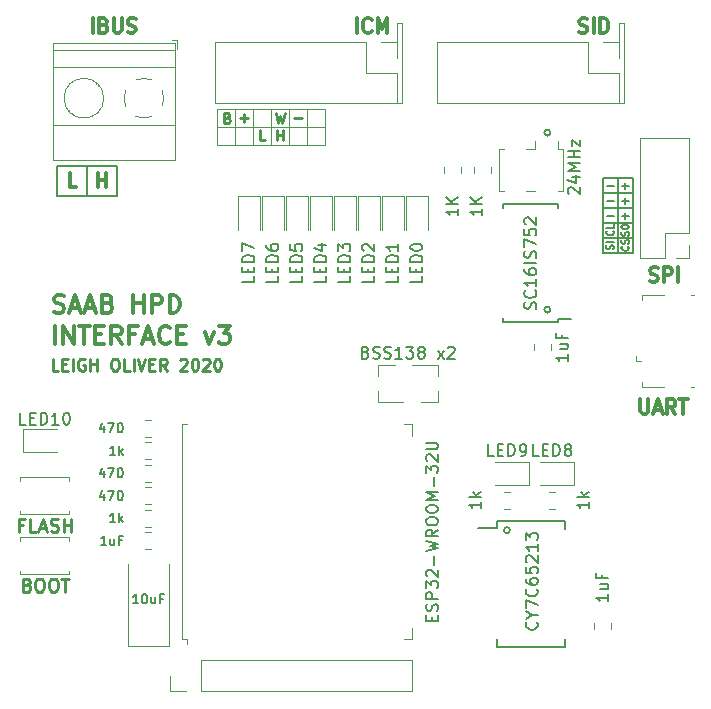
<source format=gbr>
G04 #@! TF.GenerationSoftware,KiCad,Pcbnew,5.1.5+dfsg1-2build2*
G04 #@! TF.CreationDate,2020-08-18T22:28:12+10:00*
G04 #@! TF.ProjectId,sid-board-v3,7369642d-626f-4617-9264-2d76332e6b69,rev?*
G04 #@! TF.SameCoordinates,Original*
G04 #@! TF.FileFunction,Legend,Top*
G04 #@! TF.FilePolarity,Positive*
%FSLAX46Y46*%
G04 Gerber Fmt 4.6, Leading zero omitted, Abs format (unit mm)*
G04 Created by KiCad (PCBNEW 5.1.5+dfsg1-2build2) date 2020-08-18 22:28:12*
%MOMM*%
%LPD*%
G04 APERTURE LIST*
%ADD10C,0.250000*%
%ADD11C,0.375000*%
%ADD12C,0.300000*%
%ADD13C,0.150000*%
%ADD14C,0.120000*%
%ADD15C,0.225000*%
%ADD16C,0.275000*%
G04 APERTURE END LIST*
D10*
X118986785Y-95702380D02*
X118510595Y-95702380D01*
X118510595Y-94702380D01*
X119320119Y-95178571D02*
X119653452Y-95178571D01*
X119796309Y-95702380D02*
X119320119Y-95702380D01*
X119320119Y-94702380D01*
X119796309Y-94702380D01*
X120224880Y-95702380D02*
X120224880Y-94702380D01*
X121224880Y-94750000D02*
X121129642Y-94702380D01*
X120986785Y-94702380D01*
X120843928Y-94750000D01*
X120748690Y-94845238D01*
X120701071Y-94940476D01*
X120653452Y-95130952D01*
X120653452Y-95273809D01*
X120701071Y-95464285D01*
X120748690Y-95559523D01*
X120843928Y-95654761D01*
X120986785Y-95702380D01*
X121082023Y-95702380D01*
X121224880Y-95654761D01*
X121272500Y-95607142D01*
X121272500Y-95273809D01*
X121082023Y-95273809D01*
X121701071Y-95702380D02*
X121701071Y-94702380D01*
X121701071Y-95178571D02*
X122272500Y-95178571D01*
X122272500Y-95702380D02*
X122272500Y-94702380D01*
X123701071Y-94702380D02*
X123891547Y-94702380D01*
X123986785Y-94750000D01*
X124082023Y-94845238D01*
X124129642Y-95035714D01*
X124129642Y-95369047D01*
X124082023Y-95559523D01*
X123986785Y-95654761D01*
X123891547Y-95702380D01*
X123701071Y-95702380D01*
X123605833Y-95654761D01*
X123510595Y-95559523D01*
X123462976Y-95369047D01*
X123462976Y-95035714D01*
X123510595Y-94845238D01*
X123605833Y-94750000D01*
X123701071Y-94702380D01*
X125034404Y-95702380D02*
X124558214Y-95702380D01*
X124558214Y-94702380D01*
X125367738Y-95702380D02*
X125367738Y-94702380D01*
X125701071Y-94702380D02*
X126034404Y-95702380D01*
X126367738Y-94702380D01*
X126701071Y-95178571D02*
X127034404Y-95178571D01*
X127177261Y-95702380D02*
X126701071Y-95702380D01*
X126701071Y-94702380D01*
X127177261Y-94702380D01*
X128177261Y-95702380D02*
X127843928Y-95226190D01*
X127605833Y-95702380D02*
X127605833Y-94702380D01*
X127986785Y-94702380D01*
X128082023Y-94750000D01*
X128129642Y-94797619D01*
X128177261Y-94892857D01*
X128177261Y-95035714D01*
X128129642Y-95130952D01*
X128082023Y-95178571D01*
X127986785Y-95226190D01*
X127605833Y-95226190D01*
X129320119Y-94797619D02*
X129367738Y-94750000D01*
X129462976Y-94702380D01*
X129701071Y-94702380D01*
X129796309Y-94750000D01*
X129843928Y-94797619D01*
X129891547Y-94892857D01*
X129891547Y-94988095D01*
X129843928Y-95130952D01*
X129272500Y-95702380D01*
X129891547Y-95702380D01*
X130510595Y-94702380D02*
X130605833Y-94702380D01*
X130701071Y-94750000D01*
X130748690Y-94797619D01*
X130796309Y-94892857D01*
X130843928Y-95083333D01*
X130843928Y-95321428D01*
X130796309Y-95511904D01*
X130748690Y-95607142D01*
X130701071Y-95654761D01*
X130605833Y-95702380D01*
X130510595Y-95702380D01*
X130415357Y-95654761D01*
X130367738Y-95607142D01*
X130320119Y-95511904D01*
X130272500Y-95321428D01*
X130272500Y-95083333D01*
X130320119Y-94892857D01*
X130367738Y-94797619D01*
X130415357Y-94750000D01*
X130510595Y-94702380D01*
X131224880Y-94797619D02*
X131272500Y-94750000D01*
X131367738Y-94702380D01*
X131605833Y-94702380D01*
X131701071Y-94750000D01*
X131748690Y-94797619D01*
X131796309Y-94892857D01*
X131796309Y-94988095D01*
X131748690Y-95130952D01*
X131177261Y-95702380D01*
X131796309Y-95702380D01*
X132415357Y-94702380D02*
X132510595Y-94702380D01*
X132605833Y-94750000D01*
X132653452Y-94797619D01*
X132701071Y-94892857D01*
X132748690Y-95083333D01*
X132748690Y-95321428D01*
X132701071Y-95511904D01*
X132653452Y-95607142D01*
X132605833Y-95654761D01*
X132510595Y-95702380D01*
X132415357Y-95702380D01*
X132320119Y-95654761D01*
X132272500Y-95607142D01*
X132224880Y-95511904D01*
X132177261Y-95321428D01*
X132177261Y-95083333D01*
X132224880Y-94892857D01*
X132272500Y-94797619D01*
X132320119Y-94750000D01*
X132415357Y-94702380D01*
D11*
X118639464Y-90734642D02*
X118853750Y-90806071D01*
X119210892Y-90806071D01*
X119353750Y-90734642D01*
X119425178Y-90663214D01*
X119496607Y-90520357D01*
X119496607Y-90377500D01*
X119425178Y-90234642D01*
X119353750Y-90163214D01*
X119210892Y-90091785D01*
X118925178Y-90020357D01*
X118782321Y-89948928D01*
X118710892Y-89877500D01*
X118639464Y-89734642D01*
X118639464Y-89591785D01*
X118710892Y-89448928D01*
X118782321Y-89377500D01*
X118925178Y-89306071D01*
X119282321Y-89306071D01*
X119496607Y-89377500D01*
X120068035Y-90377500D02*
X120782321Y-90377500D01*
X119925178Y-90806071D02*
X120425178Y-89306071D01*
X120925178Y-90806071D01*
X121353750Y-90377500D02*
X122068035Y-90377500D01*
X121210892Y-90806071D02*
X121710892Y-89306071D01*
X122210892Y-90806071D01*
X123210892Y-90020357D02*
X123425178Y-90091785D01*
X123496607Y-90163214D01*
X123568035Y-90306071D01*
X123568035Y-90520357D01*
X123496607Y-90663214D01*
X123425178Y-90734642D01*
X123282321Y-90806071D01*
X122710892Y-90806071D01*
X122710892Y-89306071D01*
X123210892Y-89306071D01*
X123353750Y-89377500D01*
X123425178Y-89448928D01*
X123496607Y-89591785D01*
X123496607Y-89734642D01*
X123425178Y-89877500D01*
X123353750Y-89948928D01*
X123210892Y-90020357D01*
X122710892Y-90020357D01*
X125353750Y-90806071D02*
X125353750Y-89306071D01*
X125353750Y-90020357D02*
X126210892Y-90020357D01*
X126210892Y-90806071D02*
X126210892Y-89306071D01*
X126925178Y-90806071D02*
X126925178Y-89306071D01*
X127496607Y-89306071D01*
X127639464Y-89377500D01*
X127710892Y-89448928D01*
X127782321Y-89591785D01*
X127782321Y-89806071D01*
X127710892Y-89948928D01*
X127639464Y-90020357D01*
X127496607Y-90091785D01*
X126925178Y-90091785D01*
X128425178Y-90806071D02*
X128425178Y-89306071D01*
X128782321Y-89306071D01*
X128996607Y-89377500D01*
X129139464Y-89520357D01*
X129210892Y-89663214D01*
X129282321Y-89948928D01*
X129282321Y-90163214D01*
X129210892Y-90448928D01*
X129139464Y-90591785D01*
X128996607Y-90734642D01*
X128782321Y-90806071D01*
X128425178Y-90806071D01*
X118710892Y-93431071D02*
X118710892Y-91931071D01*
X119425178Y-93431071D02*
X119425178Y-91931071D01*
X120282321Y-93431071D01*
X120282321Y-91931071D01*
X120782321Y-91931071D02*
X121639464Y-91931071D01*
X121210892Y-93431071D02*
X121210892Y-91931071D01*
X122139464Y-92645357D02*
X122639464Y-92645357D01*
X122853750Y-93431071D02*
X122139464Y-93431071D01*
X122139464Y-91931071D01*
X122853750Y-91931071D01*
X124353750Y-93431071D02*
X123853750Y-92716785D01*
X123496607Y-93431071D02*
X123496607Y-91931071D01*
X124068035Y-91931071D01*
X124210892Y-92002500D01*
X124282321Y-92073928D01*
X124353750Y-92216785D01*
X124353750Y-92431071D01*
X124282321Y-92573928D01*
X124210892Y-92645357D01*
X124068035Y-92716785D01*
X123496607Y-92716785D01*
X125496607Y-92645357D02*
X124996607Y-92645357D01*
X124996607Y-93431071D02*
X124996607Y-91931071D01*
X125710892Y-91931071D01*
X126210892Y-93002500D02*
X126925178Y-93002500D01*
X126068035Y-93431071D02*
X126568035Y-91931071D01*
X127068035Y-93431071D01*
X128425178Y-93288214D02*
X128353750Y-93359642D01*
X128139464Y-93431071D01*
X127996607Y-93431071D01*
X127782321Y-93359642D01*
X127639464Y-93216785D01*
X127568035Y-93073928D01*
X127496607Y-92788214D01*
X127496607Y-92573928D01*
X127568035Y-92288214D01*
X127639464Y-92145357D01*
X127782321Y-92002500D01*
X127996607Y-91931071D01*
X128139464Y-91931071D01*
X128353750Y-92002500D01*
X128425178Y-92073928D01*
X129068035Y-92645357D02*
X129568035Y-92645357D01*
X129782321Y-93431071D02*
X129068035Y-93431071D01*
X129068035Y-91931071D01*
X129782321Y-91931071D01*
X131425178Y-92431071D02*
X131782321Y-93431071D01*
X132139464Y-92431071D01*
X132568035Y-91931071D02*
X133496607Y-91931071D01*
X132996607Y-92502500D01*
X133210892Y-92502500D01*
X133353750Y-92573928D01*
X133425178Y-92645357D01*
X133496607Y-92788214D01*
X133496607Y-93145357D01*
X133425178Y-93288214D01*
X133353750Y-93359642D01*
X133210892Y-93431071D01*
X132782321Y-93431071D01*
X132639464Y-93359642D01*
X132568035Y-93288214D01*
D12*
X122339142Y-80171857D02*
X122339142Y-78971857D01*
X122339142Y-79543285D02*
X123024857Y-79543285D01*
X123024857Y-80171857D02*
X123024857Y-78971857D01*
X120513428Y-80171857D02*
X119942000Y-80171857D01*
X119942000Y-78971857D01*
D13*
X123952000Y-80899000D02*
X121412000Y-80899000D01*
X123952000Y-78359000D02*
X123952000Y-80899000D01*
X121412000Y-78359000D02*
X123952000Y-78359000D01*
X121412000Y-78359000D02*
X118872000Y-78359000D01*
X121412000Y-80899000D02*
X121412000Y-78359000D01*
X118872000Y-80899000D02*
X121412000Y-80899000D01*
X118872000Y-78359000D02*
X118872000Y-80899000D01*
X167219285Y-85190000D02*
X167247857Y-85218571D01*
X167276428Y-85304285D01*
X167276428Y-85361428D01*
X167247857Y-85447142D01*
X167190714Y-85504285D01*
X167133571Y-85532857D01*
X167019285Y-85561428D01*
X166933571Y-85561428D01*
X166819285Y-85532857D01*
X166762142Y-85504285D01*
X166705000Y-85447142D01*
X166676428Y-85361428D01*
X166676428Y-85304285D01*
X166705000Y-85218571D01*
X166733571Y-85190000D01*
X167247857Y-84961428D02*
X167276428Y-84875714D01*
X167276428Y-84732857D01*
X167247857Y-84675714D01*
X167219285Y-84647142D01*
X167162142Y-84618571D01*
X167105000Y-84618571D01*
X167047857Y-84647142D01*
X167019285Y-84675714D01*
X166990714Y-84732857D01*
X166962142Y-84847142D01*
X166933571Y-84904285D01*
X166905000Y-84932857D01*
X166847857Y-84961428D01*
X166790714Y-84961428D01*
X166733571Y-84932857D01*
X166705000Y-84904285D01*
X166676428Y-84847142D01*
X166676428Y-84704285D01*
X166705000Y-84618571D01*
X165977857Y-85404285D02*
X166006428Y-85318571D01*
X166006428Y-85175714D01*
X165977857Y-85118571D01*
X165949285Y-85090000D01*
X165892142Y-85061428D01*
X165835000Y-85061428D01*
X165777857Y-85090000D01*
X165749285Y-85118571D01*
X165720714Y-85175714D01*
X165692142Y-85290000D01*
X165663571Y-85347142D01*
X165635000Y-85375714D01*
X165577857Y-85404285D01*
X165520714Y-85404285D01*
X165463571Y-85375714D01*
X165435000Y-85347142D01*
X165406428Y-85290000D01*
X165406428Y-85147142D01*
X165435000Y-85061428D01*
X166006428Y-84804285D02*
X165406428Y-84804285D01*
X165949285Y-83877142D02*
X165977857Y-83905714D01*
X166006428Y-83991428D01*
X166006428Y-84048571D01*
X165977857Y-84134285D01*
X165920714Y-84191428D01*
X165863571Y-84220000D01*
X165749285Y-84248571D01*
X165663571Y-84248571D01*
X165549285Y-84220000D01*
X165492142Y-84191428D01*
X165435000Y-84134285D01*
X165406428Y-84048571D01*
X165406428Y-83991428D01*
X165435000Y-83905714D01*
X165463571Y-83877142D01*
X166006428Y-83334285D02*
X166006428Y-83620000D01*
X165406428Y-83620000D01*
X167247857Y-84277142D02*
X167276428Y-84191428D01*
X167276428Y-84048571D01*
X167247857Y-83991428D01*
X167219285Y-83962857D01*
X167162142Y-83934285D01*
X167105000Y-83934285D01*
X167047857Y-83962857D01*
X167019285Y-83991428D01*
X166990714Y-84048571D01*
X166962142Y-84162857D01*
X166933571Y-84220000D01*
X166905000Y-84248571D01*
X166847857Y-84277142D01*
X166790714Y-84277142D01*
X166733571Y-84248571D01*
X166705000Y-84220000D01*
X166676428Y-84162857D01*
X166676428Y-84020000D01*
X166705000Y-83934285D01*
X166676428Y-83562857D02*
X166676428Y-83505714D01*
X166705000Y-83448571D01*
X166733571Y-83420000D01*
X166790714Y-83391428D01*
X166905000Y-83362857D01*
X167047857Y-83362857D01*
X167162142Y-83391428D01*
X167219285Y-83420000D01*
X167247857Y-83448571D01*
X167276428Y-83505714D01*
X167276428Y-83562857D01*
X167247857Y-83620000D01*
X167219285Y-83648571D01*
X167162142Y-83677142D01*
X167047857Y-83705714D01*
X166905000Y-83705714D01*
X166790714Y-83677142D01*
X166733571Y-83648571D01*
X166705000Y-83620000D01*
X166676428Y-83562857D01*
X166738333Y-80060000D02*
X167271666Y-80060000D01*
X167005000Y-80326666D02*
X167005000Y-79793333D01*
X166738333Y-81330000D02*
X167271666Y-81330000D01*
X167005000Y-81596666D02*
X167005000Y-81063333D01*
X166738333Y-82600000D02*
X167271666Y-82600000D01*
X167005000Y-82866666D02*
X167005000Y-82333333D01*
X165468333Y-82600000D02*
X166001666Y-82600000D01*
X165468333Y-81330000D02*
X166001666Y-81330000D01*
X165468333Y-80060000D02*
X166001666Y-80060000D01*
X165100000Y-79375000D02*
X166370000Y-79375000D01*
X165100000Y-80645000D02*
X165100000Y-79375000D01*
X167640000Y-79375000D02*
X167640000Y-80645000D01*
X166370000Y-79375000D02*
X167640000Y-79375000D01*
X166370000Y-80645000D02*
X166370000Y-79375000D01*
X167640000Y-80645000D02*
X166370000Y-80645000D01*
X167640000Y-81915000D02*
X167640000Y-80645000D01*
X166370000Y-80645000D02*
X166370000Y-81915000D01*
X165100000Y-80645000D02*
X166370000Y-80645000D01*
X165100000Y-81915000D02*
X165100000Y-80645000D01*
X167640000Y-81915000D02*
X166370000Y-81915000D01*
X167640000Y-83185000D02*
X167640000Y-81915000D01*
X166370000Y-81915000D02*
X166370000Y-83185000D01*
X165100000Y-81915000D02*
X166370000Y-81915000D01*
X165100000Y-83185000D02*
X165100000Y-81915000D01*
X167640000Y-83185000D02*
X166370000Y-83185000D01*
X167640000Y-84455000D02*
X167640000Y-83185000D01*
X166370000Y-83185000D02*
X166370000Y-84455000D01*
X165100000Y-83185000D02*
X166370000Y-83185000D01*
X165100000Y-84455000D02*
X165100000Y-83185000D01*
X167640000Y-84455000D02*
X167640000Y-85725000D01*
X166370000Y-84455000D02*
X167640000Y-84455000D01*
X166370000Y-84455000D02*
X166370000Y-85725000D01*
X165100000Y-84455000D02*
X166370000Y-84455000D01*
X165100000Y-85725000D02*
X165100000Y-84455000D01*
X167640000Y-85725000D02*
X165100000Y-85725000D01*
D12*
X163109428Y-67033714D02*
X163280857Y-67090857D01*
X163566571Y-67090857D01*
X163680857Y-67033714D01*
X163738000Y-66976571D01*
X163795142Y-66862285D01*
X163795142Y-66748000D01*
X163738000Y-66633714D01*
X163680857Y-66576571D01*
X163566571Y-66519428D01*
X163338000Y-66462285D01*
X163223714Y-66405142D01*
X163166571Y-66348000D01*
X163109428Y-66233714D01*
X163109428Y-66119428D01*
X163166571Y-66005142D01*
X163223714Y-65948000D01*
X163338000Y-65890857D01*
X163623714Y-65890857D01*
X163795142Y-65948000D01*
X164309428Y-67090857D02*
X164309428Y-65890857D01*
X164880857Y-67090857D02*
X164880857Y-65890857D01*
X165166571Y-65890857D01*
X165338000Y-65948000D01*
X165452285Y-66062285D01*
X165509428Y-66176571D01*
X165566571Y-66405142D01*
X165566571Y-66576571D01*
X165509428Y-66805142D01*
X165452285Y-66919428D01*
X165338000Y-67033714D01*
X165166571Y-67090857D01*
X164880857Y-67090857D01*
X144256285Y-67090857D02*
X144256285Y-65890857D01*
X145513428Y-66976571D02*
X145456285Y-67033714D01*
X145284857Y-67090857D01*
X145170571Y-67090857D01*
X144999142Y-67033714D01*
X144884857Y-66919428D01*
X144827714Y-66805142D01*
X144770571Y-66576571D01*
X144770571Y-66405142D01*
X144827714Y-66176571D01*
X144884857Y-66062285D01*
X144999142Y-65948000D01*
X145170571Y-65890857D01*
X145284857Y-65890857D01*
X145456285Y-65948000D01*
X145513428Y-66005142D01*
X146027714Y-67090857D02*
X146027714Y-65890857D01*
X146427714Y-66748000D01*
X146827714Y-65890857D01*
X146827714Y-67090857D01*
X121898000Y-67090857D02*
X121898000Y-65890857D01*
X122869428Y-66462285D02*
X123040857Y-66519428D01*
X123098000Y-66576571D01*
X123155142Y-66690857D01*
X123155142Y-66862285D01*
X123098000Y-66976571D01*
X123040857Y-67033714D01*
X122926571Y-67090857D01*
X122469428Y-67090857D01*
X122469428Y-65890857D01*
X122869428Y-65890857D01*
X122983714Y-65948000D01*
X123040857Y-66005142D01*
X123098000Y-66119428D01*
X123098000Y-66233714D01*
X123040857Y-66348000D01*
X122983714Y-66405142D01*
X122869428Y-66462285D01*
X122469428Y-66462285D01*
X123669428Y-65890857D02*
X123669428Y-66862285D01*
X123726571Y-66976571D01*
X123783714Y-67033714D01*
X123898000Y-67090857D01*
X124126571Y-67090857D01*
X124240857Y-67033714D01*
X124298000Y-66976571D01*
X124355142Y-66862285D01*
X124355142Y-65890857D01*
X124869428Y-67033714D02*
X125040857Y-67090857D01*
X125326571Y-67090857D01*
X125440857Y-67033714D01*
X125498000Y-66976571D01*
X125555142Y-66862285D01*
X125555142Y-66748000D01*
X125498000Y-66633714D01*
X125440857Y-66576571D01*
X125326571Y-66519428D01*
X125098000Y-66462285D01*
X124983714Y-66405142D01*
X124926571Y-66348000D01*
X124869428Y-66233714D01*
X124869428Y-66119428D01*
X124926571Y-66005142D01*
X124983714Y-65948000D01*
X125098000Y-65890857D01*
X125383714Y-65890857D01*
X125555142Y-65948000D01*
D13*
X157226000Y-109220000D02*
G75*
G03X157226000Y-109220000I-254000J0D01*
G01*
X160655000Y-75565000D02*
G75*
G03X160655000Y-75565000I-254000J0D01*
G01*
X160655000Y-90551000D02*
G75*
G03X160655000Y-90551000I-254000J0D01*
G01*
D14*
X140081000Y-75057000D02*
X141605000Y-75057000D01*
X141605000Y-76581000D02*
X140081000Y-76581000D01*
X141605000Y-75057000D02*
X141605000Y-76581000D01*
X141605000Y-73533000D02*
X141605000Y-75057000D01*
X140081000Y-73533000D02*
X141605000Y-73533000D01*
X140081000Y-76581000D02*
X140081000Y-75057000D01*
X138557000Y-76581000D02*
X140081000Y-76581000D01*
X140081000Y-75057000D02*
X138557000Y-75057000D01*
X140081000Y-73533000D02*
X140081000Y-75057000D01*
X138557000Y-73533000D02*
X140081000Y-73533000D01*
X138557000Y-73533000D02*
X138557000Y-75057000D01*
X137033000Y-73533000D02*
X138557000Y-73533000D01*
X137033000Y-73533000D02*
X137033000Y-75057000D01*
X135509000Y-73533000D02*
X137033000Y-73533000D01*
X135509000Y-73533000D02*
X133985000Y-73533000D01*
X135509000Y-75057000D02*
X135509000Y-73533000D01*
X133985000Y-73533000D02*
X133985000Y-75057000D01*
X132461000Y-73533000D02*
X133985000Y-73533000D01*
X133985000Y-75057000D02*
X132461000Y-75057000D01*
X133985000Y-75057000D02*
X133985000Y-76581000D01*
X135509000Y-75057000D02*
X133985000Y-75057000D01*
X135509000Y-75057000D02*
X135509000Y-76581000D01*
X137033000Y-75057000D02*
X135509000Y-75057000D01*
X137033000Y-75057000D02*
X137033000Y-76581000D01*
X138557000Y-75057000D02*
X137033000Y-75057000D01*
X138557000Y-76581000D02*
X138557000Y-75057000D01*
X137033000Y-76581000D02*
X138557000Y-76581000D01*
X135509000Y-76581000D02*
X137033000Y-76581000D01*
X133985000Y-76581000D02*
X135509000Y-76581000D01*
X132461000Y-76581000D02*
X133985000Y-76581000D01*
X132461000Y-73533000D02*
X132461000Y-76581000D01*
X148082000Y-73088500D02*
X148082000Y-72771000D01*
X147634000Y-73088500D02*
X148082000Y-73088500D01*
X148082000Y-66294000D02*
X148082000Y-72771000D01*
X147634000Y-66294000D02*
X148082000Y-66294000D01*
X147634000Y-67885000D02*
X147634000Y-66294000D01*
X147634000Y-67885000D02*
X147634000Y-69215000D01*
X146304000Y-67885000D02*
X147634000Y-67885000D01*
X147634000Y-70485000D02*
X147634000Y-73085000D01*
X145034000Y-70485000D02*
X147634000Y-70485000D01*
X145034000Y-67885000D02*
X145034000Y-70485000D01*
X147634000Y-73085000D02*
X132274000Y-73085000D01*
X145034000Y-67885000D02*
X132274000Y-67885000D01*
X132274000Y-67885000D02*
X132274000Y-73085000D01*
X172383000Y-86150000D02*
X171323000Y-86150000D01*
X172383000Y-85090000D02*
X172383000Y-86150000D01*
X170323000Y-86150000D02*
X168263000Y-86150000D01*
X170323000Y-84090000D02*
X170323000Y-86150000D01*
X172383000Y-84090000D02*
X170323000Y-84090000D01*
X168263000Y-86150000D02*
X168263000Y-76030000D01*
X172383000Y-84090000D02*
X172383000Y-76030000D01*
X172383000Y-76030000D02*
X168263000Y-76030000D01*
X151066500Y-73088500D02*
X158686500Y-73088500D01*
X166878000Y-73088500D02*
X166878000Y-72771000D01*
X166430000Y-73088500D02*
X166878000Y-73088500D01*
X166878000Y-66294000D02*
X166878000Y-72771000D01*
X166430000Y-66294000D02*
X166878000Y-66294000D01*
X166430000Y-67885000D02*
X166430000Y-66294000D01*
X166430000Y-67885000D02*
X166430000Y-69215000D01*
X165100000Y-67885000D02*
X166430000Y-67885000D01*
X166430000Y-70485000D02*
X166430000Y-73085000D01*
X163830000Y-70485000D02*
X166430000Y-70485000D01*
X163830000Y-67885000D02*
X163830000Y-70485000D01*
X166430000Y-73085000D02*
X151070000Y-73085000D01*
X163830000Y-67885000D02*
X151070000Y-67885000D01*
X151070000Y-67885000D02*
X151070000Y-73085000D01*
X126880252Y-103684000D02*
X126357748Y-103684000D01*
X126880252Y-105104000D02*
X126357748Y-105104000D01*
X154230000Y-79001252D02*
X154230000Y-78478748D01*
X155650000Y-79001252D02*
X155650000Y-78478748D01*
X126357748Y-101294000D02*
X126880252Y-101294000D01*
X126357748Y-99874000D02*
X126880252Y-99874000D01*
X148392000Y-80944000D02*
X148392000Y-83804000D01*
X150312000Y-80944000D02*
X148392000Y-80944000D01*
X150312000Y-83804000D02*
X150312000Y-80944000D01*
X118856000Y-100640000D02*
X115996000Y-100640000D01*
X115996000Y-100640000D02*
X115996000Y-102560000D01*
X115996000Y-102560000D02*
X118856000Y-102560000D01*
X134168000Y-80944000D02*
X134168000Y-83804000D01*
X136088000Y-80944000D02*
X134168000Y-80944000D01*
X136088000Y-83804000D02*
X136088000Y-80944000D01*
X167867500Y-94918000D02*
X168317500Y-94918000D01*
X167867500Y-94918000D02*
X167867500Y-94468000D01*
X168417500Y-89318000D02*
X168417500Y-89768000D01*
X170267500Y-89318000D02*
X168417500Y-89318000D01*
X172817500Y-97118000D02*
X172567500Y-97118000D01*
X172817500Y-89318000D02*
X172567500Y-89318000D01*
X170267500Y-97118000D02*
X168417500Y-97118000D01*
X168417500Y-97118000D02*
X168417500Y-96668000D01*
X138120000Y-83804000D02*
X138120000Y-80944000D01*
X138120000Y-80944000D02*
X136200000Y-80944000D01*
X136200000Y-80944000D02*
X136200000Y-83804000D01*
X129078000Y-67744000D02*
X128578000Y-67744000D01*
X129078000Y-68484000D02*
X129078000Y-67744000D01*
X122385000Y-71621000D02*
X122432000Y-71575000D01*
X120088000Y-73919000D02*
X120123000Y-73883000D01*
X122192000Y-71405000D02*
X122227000Y-71370000D01*
X119883000Y-73713000D02*
X119930000Y-73667000D01*
X118558000Y-77905000D02*
X118558000Y-67984000D01*
X128838000Y-77905000D02*
X128838000Y-67984000D01*
X128838000Y-67984000D02*
X118558000Y-67984000D01*
X128838000Y-77905000D02*
X118558000Y-77905000D01*
X128838000Y-74945000D02*
X118558000Y-74945000D01*
X128838000Y-70044000D02*
X118558000Y-70044000D01*
X128838000Y-68544000D02*
X118558000Y-68544000D01*
X122838000Y-72644000D02*
G75*
G03X122838000Y-72644000I-1680000J0D01*
G01*
X126209195Y-70963747D02*
G75*
G02X126922000Y-71109000I28805J-1680253D01*
G01*
X127773426Y-71960958D02*
G75*
G02X127773000Y-73328000I-1535426J-683042D01*
G01*
X126921042Y-74179426D02*
G75*
G02X125554000Y-74179000I-683042J1535426D01*
G01*
X124702574Y-73327042D02*
G75*
G02X124703000Y-71960000I1535426J683042D01*
G01*
X125554682Y-71109244D02*
G75*
G02X126238000Y-70964000I683318J-1534756D01*
G01*
X151128000Y-98354000D02*
X149668000Y-98354000D01*
X151128000Y-95194000D02*
X148968000Y-95194000D01*
X151128000Y-95194000D02*
X151128000Y-96124000D01*
X151128000Y-98354000D02*
X151128000Y-97424000D01*
X146052000Y-95194000D02*
X146052000Y-96124000D01*
X146052000Y-98354000D02*
X146052000Y-97424000D01*
X146052000Y-98354000D02*
X148212000Y-98354000D01*
X146052000Y-95194000D02*
X147512000Y-95194000D01*
X126880252Y-108914000D02*
X126357748Y-108914000D01*
X126880252Y-107494000D02*
X126357748Y-107494000D01*
X158832000Y-103434000D02*
X155972000Y-103434000D01*
X158832000Y-105354000D02*
X158832000Y-103434000D01*
X155972000Y-105354000D02*
X158832000Y-105354000D01*
X156710748Y-105970000D02*
X157233252Y-105970000D01*
X156710748Y-107390000D02*
X157233252Y-107390000D01*
X126880252Y-103199000D02*
X126357748Y-103199000D01*
X126880252Y-101779000D02*
X126357748Y-101779000D01*
X129892000Y-118467000D02*
X129892000Y-118847000D01*
X129472000Y-118467000D02*
X129892000Y-118467000D01*
X129472000Y-100227000D02*
X129892000Y-100227000D01*
X129472000Y-118467000D02*
X129472000Y-100227000D01*
X148912000Y-100227000D02*
X148912000Y-101227000D01*
X148292000Y-100227000D02*
X148912000Y-100227000D01*
X148912000Y-118467000D02*
X148912000Y-117467000D01*
X148292000Y-118467000D02*
X148912000Y-118467000D01*
X159782000Y-105354000D02*
X162642000Y-105354000D01*
X162642000Y-105354000D02*
X162642000Y-103434000D01*
X162642000Y-103434000D02*
X159782000Y-103434000D01*
X160730000Y-93987252D02*
X160730000Y-93464748D01*
X159310000Y-93987252D02*
X159310000Y-93464748D01*
X164390000Y-117609252D02*
X164390000Y-117086748D01*
X165810000Y-117609252D02*
X165810000Y-117086748D01*
X115786000Y-107869000D02*
X115786000Y-107569000D01*
X119926000Y-104729000D02*
X119926000Y-105029000D01*
X119926000Y-107569000D02*
X119926000Y-107869000D01*
X115786000Y-104729000D02*
X119926000Y-104729000D01*
X115786000Y-105029000D02*
X115786000Y-104729000D01*
X119926000Y-107869000D02*
X115786000Y-107869000D01*
X126880252Y-105589000D02*
X126357748Y-105589000D01*
X126880252Y-107009000D02*
X126357748Y-107009000D01*
X151690000Y-79010252D02*
X151690000Y-78487748D01*
X153110000Y-79010252D02*
X153110000Y-78487748D01*
X160520748Y-107390000D02*
X161043252Y-107390000D01*
X160520748Y-105970000D02*
X161043252Y-105970000D01*
X126357748Y-110819000D02*
X126880252Y-110819000D01*
X126357748Y-109399000D02*
X126880252Y-109399000D01*
D13*
X161329000Y-91364000D02*
X162404000Y-91364000D01*
X161329000Y-81639000D02*
X156679000Y-81639000D01*
X161329000Y-91589000D02*
X156679000Y-91589000D01*
X161329000Y-81639000D02*
X161329000Y-81964000D01*
X156679000Y-81639000D02*
X156679000Y-81964000D01*
X156679000Y-91589000D02*
X156679000Y-91264000D01*
X161329000Y-91589000D02*
X161329000Y-91364000D01*
D14*
X128329000Y-118997000D02*
X128329000Y-112062000D01*
X124909000Y-118997000D02*
X128329000Y-118997000D01*
X124909000Y-112062000D02*
X124909000Y-118997000D01*
X119926000Y-112949000D02*
X115786000Y-112949000D01*
X115786000Y-110109000D02*
X115786000Y-109809000D01*
X115786000Y-109809000D02*
X119926000Y-109809000D01*
X119926000Y-112649000D02*
X119926000Y-112949000D01*
X119926000Y-109809000D02*
X119926000Y-110109000D01*
X115786000Y-112949000D02*
X115786000Y-112649000D01*
D13*
X156129000Y-109042000D02*
X154529000Y-109042000D01*
X156129000Y-119117000D02*
X161879000Y-119117000D01*
X156129000Y-108467000D02*
X161879000Y-108467000D01*
X156129000Y-119117000D02*
X156129000Y-118467000D01*
X161879000Y-119117000D02*
X161879000Y-118467000D01*
X161879000Y-108467000D02*
X161879000Y-109117000D01*
X156129000Y-108467000D02*
X156129000Y-109042000D01*
D14*
X138232000Y-80944000D02*
X138232000Y-83804000D01*
X140152000Y-80944000D02*
X138232000Y-80944000D01*
X140152000Y-83804000D02*
X140152000Y-80944000D01*
X142184000Y-83804000D02*
X142184000Y-80944000D01*
X142184000Y-80944000D02*
X140264000Y-80944000D01*
X140264000Y-80944000D02*
X140264000Y-83804000D01*
X144216000Y-83804000D02*
X144216000Y-80944000D01*
X144216000Y-80944000D02*
X142296000Y-80944000D01*
X142296000Y-80944000D02*
X142296000Y-83804000D01*
X144328000Y-80944000D02*
X144328000Y-83804000D01*
X146248000Y-80944000D02*
X144328000Y-80944000D01*
X146248000Y-83804000D02*
X146248000Y-80944000D01*
X146360000Y-80944000D02*
X146360000Y-83804000D01*
X148280000Y-80944000D02*
X146360000Y-80944000D01*
X148280000Y-83804000D02*
X148280000Y-80944000D01*
X156694000Y-80540000D02*
X156304000Y-80540000D01*
X156304000Y-80540000D02*
X156304000Y-76940000D01*
X156304000Y-76940000D02*
X156694000Y-76940000D01*
X159374000Y-80540000D02*
X158634000Y-80540000D01*
X161314000Y-76240000D02*
X161314000Y-76940000D01*
X161314000Y-76940000D02*
X161704000Y-76940000D01*
X161704000Y-76940000D02*
X161704000Y-80540000D01*
X161704000Y-80540000D02*
X161314000Y-80540000D01*
X158634000Y-76940000D02*
X159374000Y-76940000D01*
X159374000Y-76940000D02*
X159374000Y-76240000D01*
X148904000Y-122869000D02*
X148904000Y-120209000D01*
X131064000Y-122869000D02*
X148904000Y-122869000D01*
X131064000Y-120209000D02*
X148904000Y-120209000D01*
X131064000Y-122869000D02*
X131064000Y-120209000D01*
X129794000Y-122869000D02*
X128464000Y-122869000D01*
X128464000Y-122869000D02*
X128464000Y-121539000D01*
D15*
X136486071Y-76226142D02*
X136057500Y-76226142D01*
X136057500Y-75326142D01*
X137537857Y-76226142D02*
X137537857Y-75326142D01*
X137537857Y-75754714D02*
X138052142Y-75754714D01*
X138052142Y-76226142D02*
X138052142Y-75326142D01*
X138976142Y-74295785D02*
X139661857Y-74295785D01*
X137409285Y-73865642D02*
X137623571Y-74765642D01*
X137795000Y-74122785D01*
X137966428Y-74765642D01*
X138180714Y-73865642D01*
X134404142Y-74295785D02*
X135089857Y-74295785D01*
X134747000Y-74638642D02*
X134747000Y-73952928D01*
X133287285Y-74294214D02*
X133415857Y-74337071D01*
X133458714Y-74379928D01*
X133501571Y-74465642D01*
X133501571Y-74594214D01*
X133458714Y-74679928D01*
X133415857Y-74722785D01*
X133330142Y-74765642D01*
X132987285Y-74765642D01*
X132987285Y-73865642D01*
X133287285Y-73865642D01*
X133373000Y-73908500D01*
X133415857Y-73951357D01*
X133458714Y-74037071D01*
X133458714Y-74122785D01*
X133415857Y-74208500D01*
X133373000Y-74251357D01*
X133287285Y-74294214D01*
X132987285Y-74294214D01*
D12*
X169078428Y-88115714D02*
X169249857Y-88172857D01*
X169535571Y-88172857D01*
X169649857Y-88115714D01*
X169707000Y-88058571D01*
X169764142Y-87944285D01*
X169764142Y-87830000D01*
X169707000Y-87715714D01*
X169649857Y-87658571D01*
X169535571Y-87601428D01*
X169307000Y-87544285D01*
X169192714Y-87487142D01*
X169135571Y-87430000D01*
X169078428Y-87315714D01*
X169078428Y-87201428D01*
X169135571Y-87087142D01*
X169192714Y-87030000D01*
X169307000Y-86972857D01*
X169592714Y-86972857D01*
X169764142Y-87030000D01*
X170278428Y-88172857D02*
X170278428Y-86972857D01*
X170735571Y-86972857D01*
X170849857Y-87030000D01*
X170907000Y-87087142D01*
X170964142Y-87201428D01*
X170964142Y-87372857D01*
X170907000Y-87487142D01*
X170849857Y-87544285D01*
X170735571Y-87601428D01*
X170278428Y-87601428D01*
X171478428Y-88172857D02*
X171478428Y-86972857D01*
D13*
X122864119Y-104222571D02*
X122864119Y-104755904D01*
X122673642Y-103917809D02*
X122483166Y-104489238D01*
X122978404Y-104489238D01*
X123206976Y-103955904D02*
X123740309Y-103955904D01*
X123397452Y-104755904D01*
X124197452Y-103955904D02*
X124273642Y-103955904D01*
X124349833Y-103994000D01*
X124387928Y-104032095D01*
X124426023Y-104108285D01*
X124464119Y-104260666D01*
X124464119Y-104451142D01*
X124426023Y-104603523D01*
X124387928Y-104679714D01*
X124349833Y-104717809D01*
X124273642Y-104755904D01*
X124197452Y-104755904D01*
X124121261Y-104717809D01*
X124083166Y-104679714D01*
X124045071Y-104603523D01*
X124006976Y-104451142D01*
X124006976Y-104260666D01*
X124045071Y-104108285D01*
X124083166Y-104032095D01*
X124121261Y-103994000D01*
X124197452Y-103955904D01*
X154884380Y-82002285D02*
X154884380Y-82573714D01*
X154884380Y-82288000D02*
X153884380Y-82288000D01*
X154027238Y-82383238D01*
X154122476Y-82478476D01*
X154170095Y-82573714D01*
X154884380Y-81573714D02*
X153884380Y-81573714D01*
X154884380Y-81002285D02*
X154312952Y-81430857D01*
X153884380Y-81002285D02*
X154455809Y-81573714D01*
X122864119Y-100412571D02*
X122864119Y-100945904D01*
X122673642Y-100107809D02*
X122483166Y-100679238D01*
X122978404Y-100679238D01*
X123206976Y-100145904D02*
X123740309Y-100145904D01*
X123397452Y-100945904D01*
X124197452Y-100145904D02*
X124273642Y-100145904D01*
X124349833Y-100184000D01*
X124387928Y-100222095D01*
X124426023Y-100298285D01*
X124464119Y-100450666D01*
X124464119Y-100641142D01*
X124426023Y-100793523D01*
X124387928Y-100869714D01*
X124349833Y-100907809D01*
X124273642Y-100945904D01*
X124197452Y-100945904D01*
X124121261Y-100907809D01*
X124083166Y-100869714D01*
X124045071Y-100793523D01*
X124006976Y-100641142D01*
X124006976Y-100450666D01*
X124045071Y-100298285D01*
X124083166Y-100222095D01*
X124121261Y-100184000D01*
X124197452Y-100145904D01*
X149804380Y-87733047D02*
X149804380Y-88209238D01*
X148804380Y-88209238D01*
X149280571Y-87399714D02*
X149280571Y-87066380D01*
X149804380Y-86923523D02*
X149804380Y-87399714D01*
X148804380Y-87399714D01*
X148804380Y-86923523D01*
X149804380Y-86494952D02*
X148804380Y-86494952D01*
X148804380Y-86256857D01*
X148852000Y-86114000D01*
X148947238Y-86018761D01*
X149042476Y-85971142D01*
X149232952Y-85923523D01*
X149375809Y-85923523D01*
X149566285Y-85971142D01*
X149661523Y-86018761D01*
X149756761Y-86114000D01*
X149804380Y-86256857D01*
X149804380Y-86494952D01*
X148804380Y-85304476D02*
X148804380Y-85209238D01*
X148852000Y-85114000D01*
X148899619Y-85066380D01*
X148994857Y-85018761D01*
X149185333Y-84971142D01*
X149423428Y-84971142D01*
X149613904Y-85018761D01*
X149709142Y-85066380D01*
X149756761Y-85114000D01*
X149804380Y-85209238D01*
X149804380Y-85304476D01*
X149756761Y-85399714D01*
X149709142Y-85447333D01*
X149613904Y-85494952D01*
X149423428Y-85542571D01*
X149185333Y-85542571D01*
X148994857Y-85494952D01*
X148899619Y-85447333D01*
X148852000Y-85399714D01*
X148804380Y-85304476D01*
X116260761Y-100274380D02*
X115784571Y-100274380D01*
X115784571Y-99274380D01*
X116594095Y-99750571D02*
X116927428Y-99750571D01*
X117070285Y-100274380D02*
X116594095Y-100274380D01*
X116594095Y-99274380D01*
X117070285Y-99274380D01*
X117498857Y-100274380D02*
X117498857Y-99274380D01*
X117736952Y-99274380D01*
X117879809Y-99322000D01*
X117975047Y-99417238D01*
X118022666Y-99512476D01*
X118070285Y-99702952D01*
X118070285Y-99845809D01*
X118022666Y-100036285D01*
X117975047Y-100131523D01*
X117879809Y-100226761D01*
X117736952Y-100274380D01*
X117498857Y-100274380D01*
X119022666Y-100274380D02*
X118451238Y-100274380D01*
X118736952Y-100274380D02*
X118736952Y-99274380D01*
X118641714Y-99417238D01*
X118546476Y-99512476D01*
X118451238Y-99560095D01*
X119641714Y-99274380D02*
X119736952Y-99274380D01*
X119832190Y-99322000D01*
X119879809Y-99369619D01*
X119927428Y-99464857D01*
X119975047Y-99655333D01*
X119975047Y-99893428D01*
X119927428Y-100083904D01*
X119879809Y-100179142D01*
X119832190Y-100226761D01*
X119736952Y-100274380D01*
X119641714Y-100274380D01*
X119546476Y-100226761D01*
X119498857Y-100179142D01*
X119451238Y-100083904D01*
X119403619Y-99893428D01*
X119403619Y-99655333D01*
X119451238Y-99464857D01*
X119498857Y-99369619D01*
X119546476Y-99322000D01*
X119641714Y-99274380D01*
X135580380Y-87733047D02*
X135580380Y-88209238D01*
X134580380Y-88209238D01*
X135056571Y-87399714D02*
X135056571Y-87066380D01*
X135580380Y-86923523D02*
X135580380Y-87399714D01*
X134580380Y-87399714D01*
X134580380Y-86923523D01*
X135580380Y-86494952D02*
X134580380Y-86494952D01*
X134580380Y-86256857D01*
X134628000Y-86114000D01*
X134723238Y-86018761D01*
X134818476Y-85971142D01*
X135008952Y-85923523D01*
X135151809Y-85923523D01*
X135342285Y-85971142D01*
X135437523Y-86018761D01*
X135532761Y-86114000D01*
X135580380Y-86256857D01*
X135580380Y-86494952D01*
X134580380Y-85590190D02*
X134580380Y-84923523D01*
X135580380Y-85352095D01*
D12*
X168265714Y-98148857D02*
X168265714Y-99120285D01*
X168322857Y-99234571D01*
X168380000Y-99291714D01*
X168494285Y-99348857D01*
X168722857Y-99348857D01*
X168837142Y-99291714D01*
X168894285Y-99234571D01*
X168951428Y-99120285D01*
X168951428Y-98148857D01*
X169465714Y-99006000D02*
X170037142Y-99006000D01*
X169351428Y-99348857D02*
X169751428Y-98148857D01*
X170151428Y-99348857D01*
X171237142Y-99348857D02*
X170837142Y-98777428D01*
X170551428Y-99348857D02*
X170551428Y-98148857D01*
X171008571Y-98148857D01*
X171122857Y-98206000D01*
X171180000Y-98263142D01*
X171237142Y-98377428D01*
X171237142Y-98548857D01*
X171180000Y-98663142D01*
X171122857Y-98720285D01*
X171008571Y-98777428D01*
X170551428Y-98777428D01*
X171580000Y-98148857D02*
X172265714Y-98148857D01*
X171922857Y-99348857D02*
X171922857Y-98148857D01*
D13*
X137612380Y-87733047D02*
X137612380Y-88209238D01*
X136612380Y-88209238D01*
X137088571Y-87399714D02*
X137088571Y-87066380D01*
X137612380Y-86923523D02*
X137612380Y-87399714D01*
X136612380Y-87399714D01*
X136612380Y-86923523D01*
X137612380Y-86494952D02*
X136612380Y-86494952D01*
X136612380Y-86256857D01*
X136660000Y-86114000D01*
X136755238Y-86018761D01*
X136850476Y-85971142D01*
X137040952Y-85923523D01*
X137183809Y-85923523D01*
X137374285Y-85971142D01*
X137469523Y-86018761D01*
X137564761Y-86114000D01*
X137612380Y-86256857D01*
X137612380Y-86494952D01*
X136612380Y-85066380D02*
X136612380Y-85256857D01*
X136660000Y-85352095D01*
X136707619Y-85399714D01*
X136850476Y-85494952D01*
X137040952Y-85542571D01*
X137421904Y-85542571D01*
X137517142Y-85494952D01*
X137564761Y-85447333D01*
X137612380Y-85352095D01*
X137612380Y-85161619D01*
X137564761Y-85066380D01*
X137517142Y-85018761D01*
X137421904Y-84971142D01*
X137183809Y-84971142D01*
X137088571Y-85018761D01*
X137040952Y-85066380D01*
X136993333Y-85161619D01*
X136993333Y-85352095D01*
X137040952Y-85447333D01*
X137088571Y-85494952D01*
X137183809Y-85542571D01*
X145018571Y-94162571D02*
X145161428Y-94210190D01*
X145209047Y-94257809D01*
X145256666Y-94353047D01*
X145256666Y-94495904D01*
X145209047Y-94591142D01*
X145161428Y-94638761D01*
X145066190Y-94686380D01*
X144685238Y-94686380D01*
X144685238Y-93686380D01*
X145018571Y-93686380D01*
X145113809Y-93734000D01*
X145161428Y-93781619D01*
X145209047Y-93876857D01*
X145209047Y-93972095D01*
X145161428Y-94067333D01*
X145113809Y-94114952D01*
X145018571Y-94162571D01*
X144685238Y-94162571D01*
X145637619Y-94638761D02*
X145780476Y-94686380D01*
X146018571Y-94686380D01*
X146113809Y-94638761D01*
X146161428Y-94591142D01*
X146209047Y-94495904D01*
X146209047Y-94400666D01*
X146161428Y-94305428D01*
X146113809Y-94257809D01*
X146018571Y-94210190D01*
X145828095Y-94162571D01*
X145732857Y-94114952D01*
X145685238Y-94067333D01*
X145637619Y-93972095D01*
X145637619Y-93876857D01*
X145685238Y-93781619D01*
X145732857Y-93734000D01*
X145828095Y-93686380D01*
X146066190Y-93686380D01*
X146209047Y-93734000D01*
X146590000Y-94638761D02*
X146732857Y-94686380D01*
X146970952Y-94686380D01*
X147066190Y-94638761D01*
X147113809Y-94591142D01*
X147161428Y-94495904D01*
X147161428Y-94400666D01*
X147113809Y-94305428D01*
X147066190Y-94257809D01*
X146970952Y-94210190D01*
X146780476Y-94162571D01*
X146685238Y-94114952D01*
X146637619Y-94067333D01*
X146590000Y-93972095D01*
X146590000Y-93876857D01*
X146637619Y-93781619D01*
X146685238Y-93734000D01*
X146780476Y-93686380D01*
X147018571Y-93686380D01*
X147161428Y-93734000D01*
X148113809Y-94686380D02*
X147542380Y-94686380D01*
X147828095Y-94686380D02*
X147828095Y-93686380D01*
X147732857Y-93829238D01*
X147637619Y-93924476D01*
X147542380Y-93972095D01*
X148447142Y-93686380D02*
X149066190Y-93686380D01*
X148732857Y-94067333D01*
X148875714Y-94067333D01*
X148970952Y-94114952D01*
X149018571Y-94162571D01*
X149066190Y-94257809D01*
X149066190Y-94495904D01*
X149018571Y-94591142D01*
X148970952Y-94638761D01*
X148875714Y-94686380D01*
X148590000Y-94686380D01*
X148494761Y-94638761D01*
X148447142Y-94591142D01*
X149637619Y-94114952D02*
X149542380Y-94067333D01*
X149494761Y-94019714D01*
X149447142Y-93924476D01*
X149447142Y-93876857D01*
X149494761Y-93781619D01*
X149542380Y-93734000D01*
X149637619Y-93686380D01*
X149828095Y-93686380D01*
X149923333Y-93734000D01*
X149970952Y-93781619D01*
X150018571Y-93876857D01*
X150018571Y-93924476D01*
X149970952Y-94019714D01*
X149923333Y-94067333D01*
X149828095Y-94114952D01*
X149637619Y-94114952D01*
X149542380Y-94162571D01*
X149494761Y-94210190D01*
X149447142Y-94305428D01*
X149447142Y-94495904D01*
X149494761Y-94591142D01*
X149542380Y-94638761D01*
X149637619Y-94686380D01*
X149828095Y-94686380D01*
X149923333Y-94638761D01*
X149970952Y-94591142D01*
X150018571Y-94495904D01*
X150018571Y-94305428D01*
X149970952Y-94210190D01*
X149923333Y-94162571D01*
X149828095Y-94114952D01*
X151113809Y-94686380D02*
X151637619Y-94019714D01*
X151113809Y-94019714D02*
X151637619Y-94686380D01*
X151970952Y-93781619D02*
X152018571Y-93734000D01*
X152113809Y-93686380D01*
X152351904Y-93686380D01*
X152447142Y-93734000D01*
X152494761Y-93781619D01*
X152542380Y-93876857D01*
X152542380Y-93972095D01*
X152494761Y-94114952D01*
X151923333Y-94686380D01*
X152542380Y-94686380D01*
X123816500Y-108565904D02*
X123359357Y-108565904D01*
X123587928Y-108565904D02*
X123587928Y-107765904D01*
X123511738Y-107880190D01*
X123435547Y-107956380D01*
X123359357Y-107994476D01*
X124159357Y-108565904D02*
X124159357Y-107765904D01*
X124235547Y-108261142D02*
X124464119Y-108565904D01*
X124464119Y-108032571D02*
X124159357Y-108337333D01*
X155852952Y-102942380D02*
X155376761Y-102942380D01*
X155376761Y-101942380D01*
X156186285Y-102418571D02*
X156519619Y-102418571D01*
X156662476Y-102942380D02*
X156186285Y-102942380D01*
X156186285Y-101942380D01*
X156662476Y-101942380D01*
X157091047Y-102942380D02*
X157091047Y-101942380D01*
X157329142Y-101942380D01*
X157472000Y-101990000D01*
X157567238Y-102085238D01*
X157614857Y-102180476D01*
X157662476Y-102370952D01*
X157662476Y-102513809D01*
X157614857Y-102704285D01*
X157567238Y-102799523D01*
X157472000Y-102894761D01*
X157329142Y-102942380D01*
X157091047Y-102942380D01*
X158138666Y-102942380D02*
X158329142Y-102942380D01*
X158424380Y-102894761D01*
X158472000Y-102847142D01*
X158567238Y-102704285D01*
X158614857Y-102513809D01*
X158614857Y-102132857D01*
X158567238Y-102037619D01*
X158519619Y-101990000D01*
X158424380Y-101942380D01*
X158233904Y-101942380D01*
X158138666Y-101990000D01*
X158091047Y-102037619D01*
X158043428Y-102132857D01*
X158043428Y-102370952D01*
X158091047Y-102466190D01*
X158138666Y-102513809D01*
X158233904Y-102561428D01*
X158424380Y-102561428D01*
X158519619Y-102513809D01*
X158567238Y-102466190D01*
X158614857Y-102370952D01*
X154757380Y-106799047D02*
X154757380Y-107370476D01*
X154757380Y-107084761D02*
X153757380Y-107084761D01*
X153900238Y-107180000D01*
X153995476Y-107275238D01*
X154043095Y-107370476D01*
X154757380Y-106370476D02*
X153757380Y-106370476D01*
X154376428Y-106275238D02*
X154757380Y-105989523D01*
X154090714Y-105989523D02*
X154471666Y-106370476D01*
X123816500Y-102850904D02*
X123359357Y-102850904D01*
X123587928Y-102850904D02*
X123587928Y-102050904D01*
X123511738Y-102165190D01*
X123435547Y-102241380D01*
X123359357Y-102279476D01*
X124159357Y-102850904D02*
X124159357Y-102050904D01*
X124235547Y-102546142D02*
X124464119Y-102850904D01*
X124464119Y-102317571D02*
X124159357Y-102622333D01*
X150620571Y-116894619D02*
X150620571Y-116561285D01*
X151144380Y-116418428D02*
X151144380Y-116894619D01*
X150144380Y-116894619D01*
X150144380Y-116418428D01*
X151096761Y-116037476D02*
X151144380Y-115894619D01*
X151144380Y-115656523D01*
X151096761Y-115561285D01*
X151049142Y-115513666D01*
X150953904Y-115466047D01*
X150858666Y-115466047D01*
X150763428Y-115513666D01*
X150715809Y-115561285D01*
X150668190Y-115656523D01*
X150620571Y-115847000D01*
X150572952Y-115942238D01*
X150525333Y-115989857D01*
X150430095Y-116037476D01*
X150334857Y-116037476D01*
X150239619Y-115989857D01*
X150192000Y-115942238D01*
X150144380Y-115847000D01*
X150144380Y-115608904D01*
X150192000Y-115466047D01*
X151144380Y-115037476D02*
X150144380Y-115037476D01*
X150144380Y-114656523D01*
X150192000Y-114561285D01*
X150239619Y-114513666D01*
X150334857Y-114466047D01*
X150477714Y-114466047D01*
X150572952Y-114513666D01*
X150620571Y-114561285D01*
X150668190Y-114656523D01*
X150668190Y-115037476D01*
X150144380Y-114132714D02*
X150144380Y-113513666D01*
X150525333Y-113847000D01*
X150525333Y-113704142D01*
X150572952Y-113608904D01*
X150620571Y-113561285D01*
X150715809Y-113513666D01*
X150953904Y-113513666D01*
X151049142Y-113561285D01*
X151096761Y-113608904D01*
X151144380Y-113704142D01*
X151144380Y-113989857D01*
X151096761Y-114085095D01*
X151049142Y-114132714D01*
X150239619Y-113132714D02*
X150192000Y-113085095D01*
X150144380Y-112989857D01*
X150144380Y-112751761D01*
X150192000Y-112656523D01*
X150239619Y-112608904D01*
X150334857Y-112561285D01*
X150430095Y-112561285D01*
X150572952Y-112608904D01*
X151144380Y-113180333D01*
X151144380Y-112561285D01*
X150763428Y-112132714D02*
X150763428Y-111370809D01*
X150144380Y-110989857D02*
X151144380Y-110751761D01*
X150430095Y-110561285D01*
X151144380Y-110370809D01*
X150144380Y-110132714D01*
X151144380Y-109180333D02*
X150668190Y-109513666D01*
X151144380Y-109751761D02*
X150144380Y-109751761D01*
X150144380Y-109370809D01*
X150192000Y-109275571D01*
X150239619Y-109227952D01*
X150334857Y-109180333D01*
X150477714Y-109180333D01*
X150572952Y-109227952D01*
X150620571Y-109275571D01*
X150668190Y-109370809D01*
X150668190Y-109751761D01*
X150144380Y-108561285D02*
X150144380Y-108370809D01*
X150192000Y-108275571D01*
X150287238Y-108180333D01*
X150477714Y-108132714D01*
X150811047Y-108132714D01*
X151001523Y-108180333D01*
X151096761Y-108275571D01*
X151144380Y-108370809D01*
X151144380Y-108561285D01*
X151096761Y-108656523D01*
X151001523Y-108751761D01*
X150811047Y-108799380D01*
X150477714Y-108799380D01*
X150287238Y-108751761D01*
X150192000Y-108656523D01*
X150144380Y-108561285D01*
X150144380Y-107513666D02*
X150144380Y-107323190D01*
X150192000Y-107227952D01*
X150287238Y-107132714D01*
X150477714Y-107085095D01*
X150811047Y-107085095D01*
X151001523Y-107132714D01*
X151096761Y-107227952D01*
X151144380Y-107323190D01*
X151144380Y-107513666D01*
X151096761Y-107608904D01*
X151001523Y-107704142D01*
X150811047Y-107751761D01*
X150477714Y-107751761D01*
X150287238Y-107704142D01*
X150192000Y-107608904D01*
X150144380Y-107513666D01*
X151144380Y-106656523D02*
X150144380Y-106656523D01*
X150858666Y-106323190D01*
X150144380Y-105989857D01*
X151144380Y-105989857D01*
X150763428Y-105513666D02*
X150763428Y-104751761D01*
X150144380Y-104370809D02*
X150144380Y-103751761D01*
X150525333Y-104085095D01*
X150525333Y-103942238D01*
X150572952Y-103847000D01*
X150620571Y-103799380D01*
X150715809Y-103751761D01*
X150953904Y-103751761D01*
X151049142Y-103799380D01*
X151096761Y-103847000D01*
X151144380Y-103942238D01*
X151144380Y-104227952D01*
X151096761Y-104323190D01*
X151049142Y-104370809D01*
X150239619Y-103370809D02*
X150192000Y-103323190D01*
X150144380Y-103227952D01*
X150144380Y-102989857D01*
X150192000Y-102894619D01*
X150239619Y-102847000D01*
X150334857Y-102799380D01*
X150430095Y-102799380D01*
X150572952Y-102847000D01*
X151144380Y-103418428D01*
X151144380Y-102799380D01*
X150144380Y-102370809D02*
X150953904Y-102370809D01*
X151049142Y-102323190D01*
X151096761Y-102275571D01*
X151144380Y-102180333D01*
X151144380Y-101989857D01*
X151096761Y-101894619D01*
X151049142Y-101847000D01*
X150953904Y-101799380D01*
X150144380Y-101799380D01*
X159662952Y-102942380D02*
X159186761Y-102942380D01*
X159186761Y-101942380D01*
X159996285Y-102418571D02*
X160329619Y-102418571D01*
X160472476Y-102942380D02*
X159996285Y-102942380D01*
X159996285Y-101942380D01*
X160472476Y-101942380D01*
X160901047Y-102942380D02*
X160901047Y-101942380D01*
X161139142Y-101942380D01*
X161282000Y-101990000D01*
X161377238Y-102085238D01*
X161424857Y-102180476D01*
X161472476Y-102370952D01*
X161472476Y-102513809D01*
X161424857Y-102704285D01*
X161377238Y-102799523D01*
X161282000Y-102894761D01*
X161139142Y-102942380D01*
X160901047Y-102942380D01*
X162043904Y-102370952D02*
X161948666Y-102323333D01*
X161901047Y-102275714D01*
X161853428Y-102180476D01*
X161853428Y-102132857D01*
X161901047Y-102037619D01*
X161948666Y-101990000D01*
X162043904Y-101942380D01*
X162234380Y-101942380D01*
X162329619Y-101990000D01*
X162377238Y-102037619D01*
X162424857Y-102132857D01*
X162424857Y-102180476D01*
X162377238Y-102275714D01*
X162329619Y-102323333D01*
X162234380Y-102370952D01*
X162043904Y-102370952D01*
X161948666Y-102418571D01*
X161901047Y-102466190D01*
X161853428Y-102561428D01*
X161853428Y-102751904D01*
X161901047Y-102847142D01*
X161948666Y-102894761D01*
X162043904Y-102942380D01*
X162234380Y-102942380D01*
X162329619Y-102894761D01*
X162377238Y-102847142D01*
X162424857Y-102751904D01*
X162424857Y-102561428D01*
X162377238Y-102466190D01*
X162329619Y-102418571D01*
X162234380Y-102370952D01*
X162122380Y-94321238D02*
X162122380Y-94892666D01*
X162122380Y-94606952D02*
X161122380Y-94606952D01*
X161265238Y-94702190D01*
X161360476Y-94797428D01*
X161408095Y-94892666D01*
X161455714Y-93464095D02*
X162122380Y-93464095D01*
X161455714Y-93892666D02*
X161979523Y-93892666D01*
X162074761Y-93845047D01*
X162122380Y-93749809D01*
X162122380Y-93606952D01*
X162074761Y-93511714D01*
X162027142Y-93464095D01*
X161598571Y-92654571D02*
X161598571Y-92987904D01*
X162122380Y-92987904D02*
X161122380Y-92987904D01*
X161122380Y-92511714D01*
X165552380Y-114641238D02*
X165552380Y-115212666D01*
X165552380Y-114926952D02*
X164552380Y-114926952D01*
X164695238Y-115022190D01*
X164790476Y-115117428D01*
X164838095Y-115212666D01*
X164885714Y-113784095D02*
X165552380Y-113784095D01*
X164885714Y-114212666D02*
X165409523Y-114212666D01*
X165504761Y-114165047D01*
X165552380Y-114069809D01*
X165552380Y-113926952D01*
X165504761Y-113831714D01*
X165457142Y-113784095D01*
X165028571Y-112974571D02*
X165028571Y-113307904D01*
X165552380Y-113307904D02*
X164552380Y-113307904D01*
X164552380Y-112831714D01*
D16*
X115996476Y-108760428D02*
X115629809Y-108760428D01*
X115629809Y-109336619D02*
X115629809Y-108236619D01*
X116153619Y-108236619D01*
X117096476Y-109336619D02*
X116572666Y-109336619D01*
X116572666Y-108236619D01*
X117410761Y-109022333D02*
X117934571Y-109022333D01*
X117306000Y-109336619D02*
X117672666Y-108236619D01*
X118039333Y-109336619D01*
X118353619Y-109284238D02*
X118510761Y-109336619D01*
X118772666Y-109336619D01*
X118877428Y-109284238D01*
X118929809Y-109231857D01*
X118982190Y-109127095D01*
X118982190Y-109022333D01*
X118929809Y-108917571D01*
X118877428Y-108865190D01*
X118772666Y-108812809D01*
X118563142Y-108760428D01*
X118458380Y-108708047D01*
X118406000Y-108655666D01*
X118353619Y-108550904D01*
X118353619Y-108446142D01*
X118406000Y-108341380D01*
X118458380Y-108289000D01*
X118563142Y-108236619D01*
X118825047Y-108236619D01*
X118982190Y-108289000D01*
X119453619Y-109336619D02*
X119453619Y-108236619D01*
X119453619Y-108760428D02*
X120082190Y-108760428D01*
X120082190Y-109336619D02*
X120082190Y-108236619D01*
D13*
X122864119Y-106127571D02*
X122864119Y-106660904D01*
X122673642Y-105822809D02*
X122483166Y-106394238D01*
X122978404Y-106394238D01*
X123206976Y-105860904D02*
X123740309Y-105860904D01*
X123397452Y-106660904D01*
X124197452Y-105860904D02*
X124273642Y-105860904D01*
X124349833Y-105899000D01*
X124387928Y-105937095D01*
X124426023Y-106013285D01*
X124464119Y-106165666D01*
X124464119Y-106356142D01*
X124426023Y-106508523D01*
X124387928Y-106584714D01*
X124349833Y-106622809D01*
X124273642Y-106660904D01*
X124197452Y-106660904D01*
X124121261Y-106622809D01*
X124083166Y-106584714D01*
X124045071Y-106508523D01*
X124006976Y-106356142D01*
X124006976Y-106165666D01*
X124045071Y-106013285D01*
X124083166Y-105937095D01*
X124121261Y-105899000D01*
X124197452Y-105860904D01*
X152852380Y-82002285D02*
X152852380Y-82573714D01*
X152852380Y-82288000D02*
X151852380Y-82288000D01*
X151995238Y-82383238D01*
X152090476Y-82478476D01*
X152138095Y-82573714D01*
X152852380Y-81573714D02*
X151852380Y-81573714D01*
X152852380Y-81002285D02*
X152280952Y-81430857D01*
X151852380Y-81002285D02*
X152423809Y-81573714D01*
X163901380Y-106799047D02*
X163901380Y-107370476D01*
X163901380Y-107084761D02*
X162901380Y-107084761D01*
X163044238Y-107180000D01*
X163139476Y-107275238D01*
X163187095Y-107370476D01*
X163901380Y-106370476D02*
X162901380Y-106370476D01*
X163520428Y-106275238D02*
X163901380Y-105989523D01*
X163234714Y-105989523D02*
X163615666Y-106370476D01*
X123054595Y-110470904D02*
X122597452Y-110470904D01*
X122826023Y-110470904D02*
X122826023Y-109670904D01*
X122749833Y-109785190D01*
X122673642Y-109861380D01*
X122597452Y-109899476D01*
X123740309Y-109937571D02*
X123740309Y-110470904D01*
X123397452Y-109937571D02*
X123397452Y-110356619D01*
X123435547Y-110432809D01*
X123511738Y-110470904D01*
X123626023Y-110470904D01*
X123702214Y-110432809D01*
X123740309Y-110394714D01*
X124387928Y-110051857D02*
X124121261Y-110051857D01*
X124121261Y-110470904D02*
X124121261Y-109670904D01*
X124502214Y-109670904D01*
X159408761Y-90494952D02*
X159456380Y-90352095D01*
X159456380Y-90114000D01*
X159408761Y-90018761D01*
X159361142Y-89971142D01*
X159265904Y-89923523D01*
X159170666Y-89923523D01*
X159075428Y-89971142D01*
X159027809Y-90018761D01*
X158980190Y-90114000D01*
X158932571Y-90304476D01*
X158884952Y-90399714D01*
X158837333Y-90447333D01*
X158742095Y-90494952D01*
X158646857Y-90494952D01*
X158551619Y-90447333D01*
X158504000Y-90399714D01*
X158456380Y-90304476D01*
X158456380Y-90066380D01*
X158504000Y-89923523D01*
X159361142Y-88923523D02*
X159408761Y-88971142D01*
X159456380Y-89114000D01*
X159456380Y-89209238D01*
X159408761Y-89352095D01*
X159313523Y-89447333D01*
X159218285Y-89494952D01*
X159027809Y-89542571D01*
X158884952Y-89542571D01*
X158694476Y-89494952D01*
X158599238Y-89447333D01*
X158504000Y-89352095D01*
X158456380Y-89209238D01*
X158456380Y-89114000D01*
X158504000Y-88971142D01*
X158551619Y-88923523D01*
X159456380Y-87971142D02*
X159456380Y-88542571D01*
X159456380Y-88256857D02*
X158456380Y-88256857D01*
X158599238Y-88352095D01*
X158694476Y-88447333D01*
X158742095Y-88542571D01*
X158456380Y-87114000D02*
X158456380Y-87304476D01*
X158504000Y-87399714D01*
X158551619Y-87447333D01*
X158694476Y-87542571D01*
X158884952Y-87590190D01*
X159265904Y-87590190D01*
X159361142Y-87542571D01*
X159408761Y-87494952D01*
X159456380Y-87399714D01*
X159456380Y-87209238D01*
X159408761Y-87114000D01*
X159361142Y-87066380D01*
X159265904Y-87018761D01*
X159027809Y-87018761D01*
X158932571Y-87066380D01*
X158884952Y-87114000D01*
X158837333Y-87209238D01*
X158837333Y-87399714D01*
X158884952Y-87494952D01*
X158932571Y-87542571D01*
X159027809Y-87590190D01*
X159456380Y-86590190D02*
X158456380Y-86590190D01*
X159408761Y-86161619D02*
X159456380Y-86018761D01*
X159456380Y-85780666D01*
X159408761Y-85685428D01*
X159361142Y-85637809D01*
X159265904Y-85590190D01*
X159170666Y-85590190D01*
X159075428Y-85637809D01*
X159027809Y-85685428D01*
X158980190Y-85780666D01*
X158932571Y-85971142D01*
X158884952Y-86066380D01*
X158837333Y-86114000D01*
X158742095Y-86161619D01*
X158646857Y-86161619D01*
X158551619Y-86114000D01*
X158504000Y-86066380D01*
X158456380Y-85971142D01*
X158456380Y-85733047D01*
X158504000Y-85590190D01*
X158456380Y-85256857D02*
X158456380Y-84590190D01*
X159456380Y-85018761D01*
X158456380Y-83733047D02*
X158456380Y-84209238D01*
X158932571Y-84256857D01*
X158884952Y-84209238D01*
X158837333Y-84114000D01*
X158837333Y-83875904D01*
X158884952Y-83780666D01*
X158932571Y-83733047D01*
X159027809Y-83685428D01*
X159265904Y-83685428D01*
X159361142Y-83733047D01*
X159408761Y-83780666D01*
X159456380Y-83875904D01*
X159456380Y-84114000D01*
X159408761Y-84209238D01*
X159361142Y-84256857D01*
X158551619Y-83304476D02*
X158504000Y-83256857D01*
X158456380Y-83161619D01*
X158456380Y-82923523D01*
X158504000Y-82828285D01*
X158551619Y-82780666D01*
X158646857Y-82733047D01*
X158742095Y-82733047D01*
X158884952Y-82780666D01*
X159456380Y-83352095D01*
X159456380Y-82733047D01*
X125761857Y-115423904D02*
X125304714Y-115423904D01*
X125533285Y-115423904D02*
X125533285Y-114623904D01*
X125457095Y-114738190D01*
X125380904Y-114814380D01*
X125304714Y-114852476D01*
X126257095Y-114623904D02*
X126333285Y-114623904D01*
X126409476Y-114662000D01*
X126447571Y-114700095D01*
X126485666Y-114776285D01*
X126523761Y-114928666D01*
X126523761Y-115119142D01*
X126485666Y-115271523D01*
X126447571Y-115347714D01*
X126409476Y-115385809D01*
X126333285Y-115423904D01*
X126257095Y-115423904D01*
X126180904Y-115385809D01*
X126142809Y-115347714D01*
X126104714Y-115271523D01*
X126066619Y-115119142D01*
X126066619Y-114928666D01*
X126104714Y-114776285D01*
X126142809Y-114700095D01*
X126180904Y-114662000D01*
X126257095Y-114623904D01*
X127209476Y-114890571D02*
X127209476Y-115423904D01*
X126866619Y-114890571D02*
X126866619Y-115309619D01*
X126904714Y-115385809D01*
X126980904Y-115423904D01*
X127095190Y-115423904D01*
X127171380Y-115385809D01*
X127209476Y-115347714D01*
X127857095Y-115004857D02*
X127590428Y-115004857D01*
X127590428Y-115423904D02*
X127590428Y-114623904D01*
X127971380Y-114623904D01*
D16*
X116363142Y-113840428D02*
X116520285Y-113892809D01*
X116572666Y-113945190D01*
X116625047Y-114049952D01*
X116625047Y-114207095D01*
X116572666Y-114311857D01*
X116520285Y-114364238D01*
X116415523Y-114416619D01*
X115996476Y-114416619D01*
X115996476Y-113316619D01*
X116363142Y-113316619D01*
X116467904Y-113369000D01*
X116520285Y-113421380D01*
X116572666Y-113526142D01*
X116572666Y-113630904D01*
X116520285Y-113735666D01*
X116467904Y-113788047D01*
X116363142Y-113840428D01*
X115996476Y-113840428D01*
X117306000Y-113316619D02*
X117515523Y-113316619D01*
X117620285Y-113369000D01*
X117725047Y-113473761D01*
X117777428Y-113683285D01*
X117777428Y-114049952D01*
X117725047Y-114259476D01*
X117620285Y-114364238D01*
X117515523Y-114416619D01*
X117306000Y-114416619D01*
X117201238Y-114364238D01*
X117096476Y-114259476D01*
X117044095Y-114049952D01*
X117044095Y-113683285D01*
X117096476Y-113473761D01*
X117201238Y-113369000D01*
X117306000Y-113316619D01*
X118458380Y-113316619D02*
X118667904Y-113316619D01*
X118772666Y-113369000D01*
X118877428Y-113473761D01*
X118929809Y-113683285D01*
X118929809Y-114049952D01*
X118877428Y-114259476D01*
X118772666Y-114364238D01*
X118667904Y-114416619D01*
X118458380Y-114416619D01*
X118353619Y-114364238D01*
X118248857Y-114259476D01*
X118196476Y-114049952D01*
X118196476Y-113683285D01*
X118248857Y-113473761D01*
X118353619Y-113369000D01*
X118458380Y-113316619D01*
X119244095Y-113316619D02*
X119872666Y-113316619D01*
X119558380Y-114416619D02*
X119558380Y-113316619D01*
D13*
X159488142Y-117014190D02*
X159535761Y-117061809D01*
X159583380Y-117204666D01*
X159583380Y-117299904D01*
X159535761Y-117442761D01*
X159440523Y-117538000D01*
X159345285Y-117585619D01*
X159154809Y-117633238D01*
X159011952Y-117633238D01*
X158821476Y-117585619D01*
X158726238Y-117538000D01*
X158631000Y-117442761D01*
X158583380Y-117299904D01*
X158583380Y-117204666D01*
X158631000Y-117061809D01*
X158678619Y-117014190D01*
X159107190Y-116395142D02*
X159583380Y-116395142D01*
X158583380Y-116728476D02*
X159107190Y-116395142D01*
X158583380Y-116061809D01*
X158583380Y-115823714D02*
X158583380Y-115157047D01*
X159583380Y-115585619D01*
X159488142Y-114204666D02*
X159535761Y-114252285D01*
X159583380Y-114395142D01*
X159583380Y-114490380D01*
X159535761Y-114633238D01*
X159440523Y-114728476D01*
X159345285Y-114776095D01*
X159154809Y-114823714D01*
X159011952Y-114823714D01*
X158821476Y-114776095D01*
X158726238Y-114728476D01*
X158631000Y-114633238D01*
X158583380Y-114490380D01*
X158583380Y-114395142D01*
X158631000Y-114252285D01*
X158678619Y-114204666D01*
X158583380Y-113347523D02*
X158583380Y-113538000D01*
X158631000Y-113633238D01*
X158678619Y-113680857D01*
X158821476Y-113776095D01*
X159011952Y-113823714D01*
X159392904Y-113823714D01*
X159488142Y-113776095D01*
X159535761Y-113728476D01*
X159583380Y-113633238D01*
X159583380Y-113442761D01*
X159535761Y-113347523D01*
X159488142Y-113299904D01*
X159392904Y-113252285D01*
X159154809Y-113252285D01*
X159059571Y-113299904D01*
X159011952Y-113347523D01*
X158964333Y-113442761D01*
X158964333Y-113633238D01*
X159011952Y-113728476D01*
X159059571Y-113776095D01*
X159154809Y-113823714D01*
X158583380Y-112347523D02*
X158583380Y-112823714D01*
X159059571Y-112871333D01*
X159011952Y-112823714D01*
X158964333Y-112728476D01*
X158964333Y-112490380D01*
X159011952Y-112395142D01*
X159059571Y-112347523D01*
X159154809Y-112299904D01*
X159392904Y-112299904D01*
X159488142Y-112347523D01*
X159535761Y-112395142D01*
X159583380Y-112490380D01*
X159583380Y-112728476D01*
X159535761Y-112823714D01*
X159488142Y-112871333D01*
X158678619Y-111918952D02*
X158631000Y-111871333D01*
X158583380Y-111776095D01*
X158583380Y-111538000D01*
X158631000Y-111442761D01*
X158678619Y-111395142D01*
X158773857Y-111347523D01*
X158869095Y-111347523D01*
X159011952Y-111395142D01*
X159583380Y-111966571D01*
X159583380Y-111347523D01*
X159583380Y-110395142D02*
X159583380Y-110966571D01*
X159583380Y-110680857D02*
X158583380Y-110680857D01*
X158726238Y-110776095D01*
X158821476Y-110871333D01*
X158869095Y-110966571D01*
X158583380Y-110061809D02*
X158583380Y-109442761D01*
X158964333Y-109776095D01*
X158964333Y-109633238D01*
X159011952Y-109538000D01*
X159059571Y-109490380D01*
X159154809Y-109442761D01*
X159392904Y-109442761D01*
X159488142Y-109490380D01*
X159535761Y-109538000D01*
X159583380Y-109633238D01*
X159583380Y-109918952D01*
X159535761Y-110014190D01*
X159488142Y-110061809D01*
X139644380Y-87733047D02*
X139644380Y-88209238D01*
X138644380Y-88209238D01*
X139120571Y-87399714D02*
X139120571Y-87066380D01*
X139644380Y-86923523D02*
X139644380Y-87399714D01*
X138644380Y-87399714D01*
X138644380Y-86923523D01*
X139644380Y-86494952D02*
X138644380Y-86494952D01*
X138644380Y-86256857D01*
X138692000Y-86114000D01*
X138787238Y-86018761D01*
X138882476Y-85971142D01*
X139072952Y-85923523D01*
X139215809Y-85923523D01*
X139406285Y-85971142D01*
X139501523Y-86018761D01*
X139596761Y-86114000D01*
X139644380Y-86256857D01*
X139644380Y-86494952D01*
X138644380Y-85018761D02*
X138644380Y-85494952D01*
X139120571Y-85542571D01*
X139072952Y-85494952D01*
X139025333Y-85399714D01*
X139025333Y-85161619D01*
X139072952Y-85066380D01*
X139120571Y-85018761D01*
X139215809Y-84971142D01*
X139453904Y-84971142D01*
X139549142Y-85018761D01*
X139596761Y-85066380D01*
X139644380Y-85161619D01*
X139644380Y-85399714D01*
X139596761Y-85494952D01*
X139549142Y-85542571D01*
X141676380Y-87733047D02*
X141676380Y-88209238D01*
X140676380Y-88209238D01*
X141152571Y-87399714D02*
X141152571Y-87066380D01*
X141676380Y-86923523D02*
X141676380Y-87399714D01*
X140676380Y-87399714D01*
X140676380Y-86923523D01*
X141676380Y-86494952D02*
X140676380Y-86494952D01*
X140676380Y-86256857D01*
X140724000Y-86114000D01*
X140819238Y-86018761D01*
X140914476Y-85971142D01*
X141104952Y-85923523D01*
X141247809Y-85923523D01*
X141438285Y-85971142D01*
X141533523Y-86018761D01*
X141628761Y-86114000D01*
X141676380Y-86256857D01*
X141676380Y-86494952D01*
X141009714Y-85066380D02*
X141676380Y-85066380D01*
X140628761Y-85304476D02*
X141343047Y-85542571D01*
X141343047Y-84923523D01*
X143708380Y-87733047D02*
X143708380Y-88209238D01*
X142708380Y-88209238D01*
X143184571Y-87399714D02*
X143184571Y-87066380D01*
X143708380Y-86923523D02*
X143708380Y-87399714D01*
X142708380Y-87399714D01*
X142708380Y-86923523D01*
X143708380Y-86494952D02*
X142708380Y-86494952D01*
X142708380Y-86256857D01*
X142756000Y-86114000D01*
X142851238Y-86018761D01*
X142946476Y-85971142D01*
X143136952Y-85923523D01*
X143279809Y-85923523D01*
X143470285Y-85971142D01*
X143565523Y-86018761D01*
X143660761Y-86114000D01*
X143708380Y-86256857D01*
X143708380Y-86494952D01*
X142708380Y-85590190D02*
X142708380Y-84971142D01*
X143089333Y-85304476D01*
X143089333Y-85161619D01*
X143136952Y-85066380D01*
X143184571Y-85018761D01*
X143279809Y-84971142D01*
X143517904Y-84971142D01*
X143613142Y-85018761D01*
X143660761Y-85066380D01*
X143708380Y-85161619D01*
X143708380Y-85447333D01*
X143660761Y-85542571D01*
X143613142Y-85590190D01*
X145740380Y-87733047D02*
X145740380Y-88209238D01*
X144740380Y-88209238D01*
X145216571Y-87399714D02*
X145216571Y-87066380D01*
X145740380Y-86923523D02*
X145740380Y-87399714D01*
X144740380Y-87399714D01*
X144740380Y-86923523D01*
X145740380Y-86494952D02*
X144740380Y-86494952D01*
X144740380Y-86256857D01*
X144788000Y-86114000D01*
X144883238Y-86018761D01*
X144978476Y-85971142D01*
X145168952Y-85923523D01*
X145311809Y-85923523D01*
X145502285Y-85971142D01*
X145597523Y-86018761D01*
X145692761Y-86114000D01*
X145740380Y-86256857D01*
X145740380Y-86494952D01*
X144835619Y-85542571D02*
X144788000Y-85494952D01*
X144740380Y-85399714D01*
X144740380Y-85161619D01*
X144788000Y-85066380D01*
X144835619Y-85018761D01*
X144930857Y-84971142D01*
X145026095Y-84971142D01*
X145168952Y-85018761D01*
X145740380Y-85590190D01*
X145740380Y-84971142D01*
X147772380Y-87733047D02*
X147772380Y-88209238D01*
X146772380Y-88209238D01*
X147248571Y-87399714D02*
X147248571Y-87066380D01*
X147772380Y-86923523D02*
X147772380Y-87399714D01*
X146772380Y-87399714D01*
X146772380Y-86923523D01*
X147772380Y-86494952D02*
X146772380Y-86494952D01*
X146772380Y-86256857D01*
X146820000Y-86114000D01*
X146915238Y-86018761D01*
X147010476Y-85971142D01*
X147200952Y-85923523D01*
X147343809Y-85923523D01*
X147534285Y-85971142D01*
X147629523Y-86018761D01*
X147724761Y-86114000D01*
X147772380Y-86256857D01*
X147772380Y-86494952D01*
X147772380Y-84971142D02*
X147772380Y-85542571D01*
X147772380Y-85256857D02*
X146772380Y-85256857D01*
X146915238Y-85352095D01*
X147010476Y-85447333D01*
X147058095Y-85542571D01*
X162234619Y-80747904D02*
X162187000Y-80700285D01*
X162139380Y-80605047D01*
X162139380Y-80366952D01*
X162187000Y-80271714D01*
X162234619Y-80224095D01*
X162329857Y-80176476D01*
X162425095Y-80176476D01*
X162567952Y-80224095D01*
X163139380Y-80795523D01*
X163139380Y-80176476D01*
X162472714Y-79319333D02*
X163139380Y-79319333D01*
X162091761Y-79557428D02*
X162806047Y-79795523D01*
X162806047Y-79176476D01*
X163139380Y-78795523D02*
X162139380Y-78795523D01*
X162853666Y-78462190D01*
X162139380Y-78128857D01*
X163139380Y-78128857D01*
X163139380Y-77652666D02*
X162139380Y-77652666D01*
X162615571Y-77652666D02*
X162615571Y-77081238D01*
X163139380Y-77081238D02*
X162139380Y-77081238D01*
X162472714Y-76700285D02*
X162472714Y-76176476D01*
X163139380Y-76700285D01*
X163139380Y-76176476D01*
M02*

</source>
